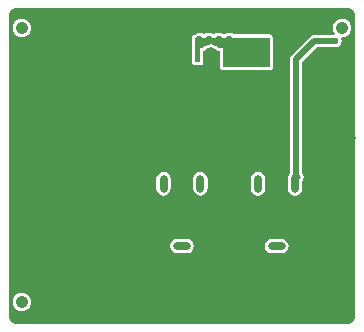
<source format=gbl>
G04 Layer_Physical_Order=2*
G04 Layer_Color=16711680*
%FSLAX25Y25*%
%MOIN*%
G70*
G01*
G75*
%ADD21C,0.02000*%
%ADD22O,0.02756X0.05906*%
%ADD23O,0.05906X0.02756*%
%ADD24O,0.04724X0.07480*%
%ADD25C,0.05118*%
%ADD26C,0.09843*%
%ADD27C,0.04134*%
%ADD28C,0.02200*%
G36*
X110236Y-490D02*
X110925Y-581D01*
X111566Y-846D01*
X112117Y-1269D01*
X112540Y-1820D01*
X112805Y-2461D01*
X112896Y-3150D01*
X112899D01*
Y-103347D01*
X112896D01*
X112805Y-104035D01*
X112540Y-104676D01*
X112117Y-105227D01*
X111566Y-105650D01*
X110925Y-105916D01*
X110236Y-106006D01*
Y-106009D01*
X0D01*
Y-106006D01*
X-688Y-105916D01*
X-1330Y-105650D01*
X-1881Y-105227D01*
X-2303Y-104676D01*
X-2569Y-104035D01*
X-2660Y-103347D01*
X-2662D01*
Y-3150D01*
X-2660D01*
X-2569Y-2461D01*
X-2303Y-1820D01*
X-1881Y-1269D01*
X-1330Y-846D01*
X-688Y-581D01*
X0Y-490D01*
Y-487D01*
X110236D01*
Y-490D01*
D02*
G37*
%LPC*%
G36*
X88189Y-77595D02*
X85039D01*
X84111Y-77780D01*
X83325Y-78305D01*
X82799Y-79092D01*
X82615Y-80020D01*
X82799Y-80948D01*
X83325Y-81734D01*
X84111Y-82260D01*
X85039Y-82444D01*
X88189D01*
X89117Y-82260D01*
X89903Y-81734D01*
X90429Y-80948D01*
X90614Y-80020D01*
X90429Y-79092D01*
X89903Y-78305D01*
X89117Y-77780D01*
X88189Y-77595D01*
D02*
G37*
G36*
X49016Y-55194D02*
X48088Y-55378D01*
X47301Y-55904D01*
X46776Y-56690D01*
X46591Y-57618D01*
Y-60768D01*
X46776Y-61696D01*
X47301Y-62482D01*
X48088Y-63008D01*
X49016Y-63192D01*
X49944Y-63008D01*
X50730Y-62482D01*
X51256Y-61696D01*
X51440Y-60768D01*
Y-57618D01*
X51256Y-56690D01*
X50730Y-55904D01*
X49944Y-55378D01*
X49016Y-55194D01*
D02*
G37*
G36*
X1732Y-95568D02*
X932Y-95673D01*
X186Y-95982D01*
X-455Y-96474D01*
X-947Y-97115D01*
X-1256Y-97861D01*
X-1361Y-98661D01*
X-1256Y-99462D01*
X-947Y-100208D01*
X-455Y-100849D01*
X186Y-101340D01*
X932Y-101649D01*
X1732Y-101755D01*
X2533Y-101649D01*
X3279Y-101340D01*
X3920Y-100849D01*
X4411Y-100208D01*
X4720Y-99462D01*
X4826Y-98661D01*
X4720Y-97861D01*
X4411Y-97115D01*
X3920Y-96474D01*
X3279Y-95982D01*
X2533Y-95673D01*
X1732Y-95568D01*
D02*
G37*
G36*
X56693Y-77595D02*
X53543D01*
X52615Y-77780D01*
X51829Y-78305D01*
X51303Y-79092D01*
X51119Y-80020D01*
X51303Y-80948D01*
X51829Y-81734D01*
X52615Y-82260D01*
X53543Y-82444D01*
X56693D01*
X57621Y-82260D01*
X58407Y-81734D01*
X58933Y-80948D01*
X59117Y-80020D01*
X58933Y-79092D01*
X58407Y-78305D01*
X57621Y-77780D01*
X56693Y-77595D01*
D02*
G37*
G36*
X61221Y-55194D02*
X60293Y-55378D01*
X59506Y-55904D01*
X58981Y-56690D01*
X58796Y-57618D01*
Y-60768D01*
X58981Y-61696D01*
X59506Y-62482D01*
X60293Y-63008D01*
X61221Y-63192D01*
X62148Y-63008D01*
X62935Y-62482D01*
X63460Y-61696D01*
X63645Y-60768D01*
Y-57618D01*
X63460Y-56690D01*
X62935Y-55904D01*
X62148Y-55378D01*
X61221Y-55194D01*
D02*
G37*
G36*
X108504Y-4229D02*
X107703Y-4335D01*
X106957Y-4644D01*
X106317Y-5136D01*
X105825Y-5776D01*
X105516Y-6522D01*
X105411Y-7323D01*
X105516Y-8123D01*
X105825Y-8869D01*
X106023Y-9128D01*
X105847Y-9596D01*
X105686Y-9628D01*
X99157D01*
X98377Y-9783D01*
X97715Y-10226D01*
X91668Y-16272D01*
X91226Y-16934D01*
X91071Y-17714D01*
Y-49847D01*
Y-55692D01*
X91054Y-55734D01*
X91054Y-55734D01*
D01*
X91054Y-55734D01*
X90681Y-56292D01*
X90654Y-56424D01*
X90477Y-56690D01*
X90292Y-57618D01*
Y-60768D01*
X90477Y-61696D01*
X91002Y-62482D01*
X91789Y-63008D01*
X92716Y-63192D01*
X93644Y-63008D01*
X94431Y-62482D01*
X94956Y-61696D01*
X95141Y-60768D01*
Y-59235D01*
X95149Y-59193D01*
Y-58437D01*
X95540Y-57853D01*
X95695Y-57073D01*
X95540Y-56292D01*
X95167Y-55734D01*
X95149Y-55692D01*
Y-18559D01*
X100002Y-13707D01*
X105686D01*
X106198Y-13808D01*
X107018Y-13646D01*
X107712Y-13181D01*
X108176Y-12487D01*
X108339Y-11667D01*
X108176Y-10848D01*
X108165Y-10831D01*
X108429Y-10406D01*
X108504Y-10416D01*
X109305Y-10311D01*
X110051Y-10002D01*
X110691Y-9510D01*
X111183Y-8869D01*
X111492Y-8123D01*
X111597Y-7323D01*
X111492Y-6522D01*
X111183Y-5776D01*
X110691Y-5136D01*
X110051Y-4644D01*
X109305Y-4335D01*
X108504Y-4229D01*
D02*
G37*
G36*
X70851Y-8860D02*
X70032Y-9023D01*
X69372Y-9464D01*
X68810D01*
X68150Y-9023D01*
X67331Y-8860D01*
X66512Y-9023D01*
X65852Y-9464D01*
X65510D01*
X64850Y-9023D01*
X64031Y-8860D01*
X63212Y-9023D01*
X62552Y-9464D01*
X62310D01*
X61650Y-9023D01*
X60831Y-8860D01*
X60012Y-9023D01*
X59317Y-9487D01*
X59307Y-9502D01*
X59110Y-9542D01*
X58779Y-9763D01*
X58558Y-10093D01*
X58480Y-10484D01*
Y-18683D01*
D01*
Y-18683D01*
Y-18684D01*
Y-18684D01*
X58511Y-18839D01*
X58558Y-19074D01*
X58558Y-19074D01*
Y-19074D01*
X58600Y-19174D01*
Y-19174D01*
X58600Y-19174D01*
X58600Y-19174D01*
X58689Y-19307D01*
X58820Y-19504D01*
X58820Y-19504D01*
X58820Y-19504D01*
X58944Y-19587D01*
X59151Y-19725D01*
X59151Y-19726D01*
D01*
X59231Y-19741D01*
X59541Y-19803D01*
X61100D01*
X61490Y-19725D01*
X61821Y-19504D01*
X62042Y-19174D01*
X62120Y-18783D01*
Y-18684D01*
Y-16524D01*
X62107Y-16458D01*
X62111Y-16391D01*
X62104Y-16339D01*
X62111Y-16286D01*
X62107Y-16219D01*
X62120Y-16153D01*
Y-15068D01*
X62169Y-15051D01*
X62300Y-15025D01*
X62356Y-14988D01*
X62419Y-14966D01*
X62520Y-14878D01*
X62631Y-14804D01*
X62668Y-14749D01*
X62719Y-14704D01*
X62854Y-14527D01*
X63385Y-14120D01*
X64002Y-13864D01*
X64665Y-13777D01*
X65328Y-13864D01*
X65946Y-14120D01*
X66477Y-14527D01*
X66612Y-14704D01*
X66663Y-14749D01*
X66700Y-14804D01*
X66811Y-14878D01*
X66911Y-14966D01*
X66975Y-14988D01*
X67031Y-15025D01*
X67162Y-15051D01*
X67288Y-15094D01*
X67355Y-15090D01*
X67421Y-15103D01*
X67780D01*
Y-20184D01*
X67858Y-20574D01*
X68079Y-20904D01*
X68179Y-21004D01*
X68510Y-21225D01*
X68900Y-21303D01*
X70712D01*
X70820Y-21325D01*
X70928Y-21303D01*
X84400D01*
X84790Y-21225D01*
X85121Y-21004D01*
X85342Y-20674D01*
X85420Y-20283D01*
Y-10583D01*
X85342Y-10193D01*
X85121Y-9862D01*
X85021Y-9763D01*
X84690Y-9542D01*
X84300Y-9464D01*
X72330D01*
X71670Y-9023D01*
X70851Y-8860D01*
D02*
G37*
G36*
X1732Y-4229D02*
X932Y-4335D01*
X186Y-4644D01*
X-455Y-5136D01*
X-947Y-5776D01*
X-1256Y-6522D01*
X-1361Y-7323D01*
X-1256Y-8123D01*
X-947Y-8869D01*
X-455Y-9510D01*
X186Y-10002D01*
X932Y-10311D01*
X1732Y-10416D01*
X2533Y-10311D01*
X3279Y-10002D01*
X3920Y-9510D01*
X4411Y-8869D01*
X4720Y-8123D01*
X4826Y-7323D01*
X4720Y-6522D01*
X4411Y-5776D01*
X3920Y-5136D01*
X3279Y-4644D01*
X2533Y-4335D01*
X1732Y-4229D01*
D02*
G37*
G36*
X80512Y-55194D02*
X79584Y-55378D01*
X78797Y-55904D01*
X78272Y-56690D01*
X78087Y-57618D01*
Y-60768D01*
X78272Y-61696D01*
X78797Y-62482D01*
X79584Y-63008D01*
X80512Y-63192D01*
X81440Y-63008D01*
X82226Y-62482D01*
X82752Y-61696D01*
X82936Y-60768D01*
Y-57618D01*
X82752Y-56690D01*
X82226Y-55904D01*
X81440Y-55378D01*
X80512Y-55194D01*
D02*
G37*
%LPD*%
G36*
X84400Y-10583D02*
Y-20283D01*
X68900D01*
X68800Y-20184D01*
Y-14084D01*
X67421D01*
X67204Y-13800D01*
X66460Y-13230D01*
X65594Y-12871D01*
X64665Y-12749D01*
X63736Y-12871D01*
X62871Y-13230D01*
X62127Y-13800D01*
X61910Y-14084D01*
X61100D01*
Y-16153D01*
X61076Y-16339D01*
X61100Y-16524D01*
Y-18684D01*
Y-18783D01*
X59541D01*
X59500Y-18683D01*
X59500D01*
X59500Y-18683D01*
Y-10484D01*
X84300D01*
X84400Y-10583D01*
D02*
G37*
D21*
X92565Y-57073D02*
G03*
X93110Y-55755I-1317J1317D01*
G01*
D02*
G03*
X93656Y-57073I1863J0D01*
G01*
X92565D02*
G03*
X93110Y-55755I-1317J1317D01*
G01*
D02*
G03*
X93656Y-57073I1863J0D01*
G01*
X93110Y-55755D02*
G03*
X93656Y-57073I1863J0D01*
G01*
X92565D02*
G03*
X93110Y-55755I-1317J1317D01*
G01*
X99157Y-11667D02*
X106198D01*
X99157D02*
X106198D01*
X93110Y-57618D02*
Y-49847D01*
Y-57618D02*
Y-49847D01*
Y-17714D02*
X99157Y-11667D01*
X106198D01*
X93110Y-59193D02*
Y-17714D01*
Y-57618D02*
Y-49847D01*
X99157Y-11667D02*
X106198D01*
D22*
X49016Y-59193D02*
D03*
X61221D02*
D03*
X92716D02*
D03*
X80512D02*
D03*
X17520D02*
D03*
X29724D02*
D03*
D23*
X55118Y-80020D02*
D03*
X86614D02*
D03*
X23622D02*
D03*
D24*
X69291Y-4921D02*
D03*
X40945D02*
D03*
D25*
X64665Y-16339D02*
D03*
X45571D02*
D03*
D26*
X107953Y-43898D02*
D03*
X2285D02*
D03*
D27*
X1732Y-7323D02*
D03*
X108504D02*
D03*
X1732Y-98661D02*
D03*
D28*
X111665Y-15057D02*
D03*
Y-11137D02*
D03*
X108133Y-15057D02*
D03*
X111665Y-18978D02*
D03*
X34175Y-12507D02*
D03*
Y-8046D02*
D03*
Y-17104D02*
D03*
X49240Y-23258D02*
D03*
X53196D02*
D03*
X45285D02*
D03*
X30244Y-3666D02*
D03*
X34175D02*
D03*
X26231D02*
D03*
X10893Y-3715D02*
D03*
X14815D02*
D03*
X6880D02*
D03*
X17594Y-31330D02*
D03*
X21516D02*
D03*
X13581D02*
D03*
X34964D02*
D03*
X38875D02*
D03*
X31090D02*
D03*
X49831D02*
D03*
X53711D02*
D03*
X45813D02*
D03*
X6718Y-55163D02*
D03*
Y-59282D02*
D03*
Y-63402D02*
D03*
Y-67523D02*
D03*
Y-71643D02*
D03*
Y-75762D02*
D03*
X49817Y-89935D02*
D03*
X45412D02*
D03*
X40911D02*
D03*
X36458D02*
D03*
X32005D02*
D03*
X27553D02*
D03*
X49817Y-94652D02*
D03*
X45412D02*
D03*
X40911D02*
D03*
X36458D02*
D03*
X32005D02*
D03*
X27553D02*
D03*
X49817Y-99291D02*
D03*
X45412D02*
D03*
X40911D02*
D03*
X36458D02*
D03*
X32005D02*
D03*
X27553D02*
D03*
X111585Y-3368D02*
D03*
X67331Y-11001D02*
D03*
X86676Y-103284D02*
D03*
X67382D02*
D03*
X77029D02*
D03*
X72206D02*
D03*
X38871Y-75447D02*
D03*
Y-83447D02*
D03*
Y-79448D02*
D03*
X110000Y-82534D02*
D03*
Y-91783D02*
D03*
Y-87159D02*
D03*
X39000Y-60783D02*
D03*
Y-68783D02*
D03*
Y-64784D02*
D03*
Y-43284D02*
D03*
Y-51284D02*
D03*
Y-47284D02*
D03*
X91500Y-103284D02*
D03*
X81853D02*
D03*
X110000Y-77908D02*
D03*
Y-68659D02*
D03*
Y-73283D02*
D03*
Y-64034D02*
D03*
Y-54783D02*
D03*
Y-59408D02*
D03*
X50929Y-6007D02*
D03*
X58929D02*
D03*
X54929D02*
D03*
X49817Y-103284D02*
D03*
X62559D02*
D03*
X57735D02*
D03*
X36458D02*
D03*
X45412D02*
D03*
X40911D02*
D03*
X23100D02*
D03*
X32005D02*
D03*
X27553D02*
D03*
X9500D02*
D03*
X18647D02*
D03*
X14194D02*
D03*
X1500Y-80033D02*
D03*
Y-88283D02*
D03*
Y-84158D02*
D03*
Y-67659D02*
D03*
Y-75908D02*
D03*
Y-71784D02*
D03*
Y-59408D02*
D03*
Y-63534D02*
D03*
Y-55283D02*
D03*
Y-12383D02*
D03*
Y-16503D02*
D03*
Y-20624D02*
D03*
Y-24744D02*
D03*
Y-28863D02*
D03*
Y-32983D02*
D03*
X103300Y-59341D02*
D03*
Y-82126D02*
D03*
Y-73012D02*
D03*
Y-86683D02*
D03*
Y-77569D02*
D03*
X18647Y-99325D02*
D03*
X23100D02*
D03*
X14194D02*
D03*
X9500D02*
D03*
X103300Y-54783D02*
D03*
Y-63898D02*
D03*
Y-68455D02*
D03*
X70820Y-14250D02*
D03*
Y-16717D02*
D03*
Y-19184D02*
D03*
X70851Y-11001D02*
D03*
X60831D02*
D03*
X64031D02*
D03*
X82700Y-11784D02*
D03*
X74780D02*
D03*
X78740D02*
D03*
X108013Y-18978D02*
D03*
X106198Y-11667D02*
D03*
M02*

</source>
